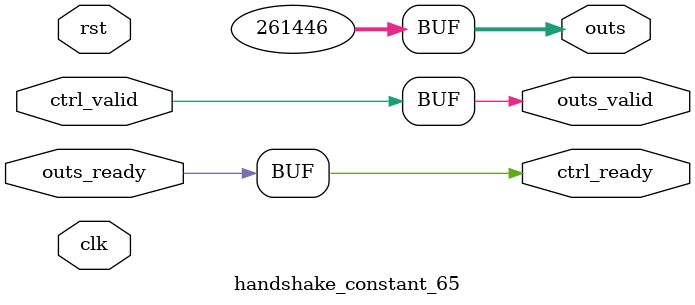
<source format=v>
`timescale 1ns / 1ps
module handshake_constant_65 #(
  parameter DATA_WIDTH = 32  // Default set to 32 bits
) (
  input                       clk,
  input                       rst,
  // Input Channel
  input                       ctrl_valid,
  output                      ctrl_ready,
  // Output Channel
  output [DATA_WIDTH - 1 : 0] outs,
  output                      outs_valid,
  input                       outs_ready
);
  assign outs       = 18'b111111110101000110;
  assign outs_valid = ctrl_valid;
  assign ctrl_ready = outs_ready;

endmodule

</source>
